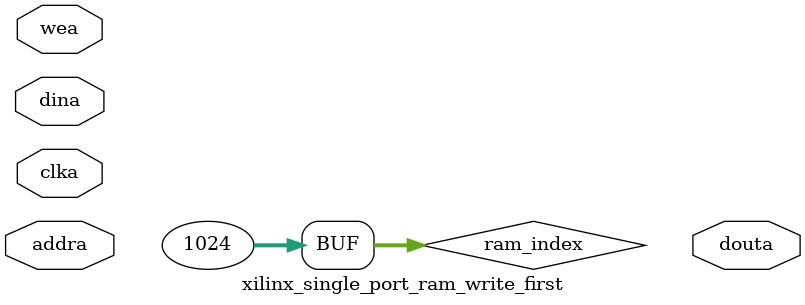
<source format=v>
module xilinx_single_port_ram_write_first #(
  parameter RAM_WIDTH = 18,                       // Specify RAM data width
  parameter RAM_DEPTH = 1024                     // Specify RAM depth (number of entries)
) (
  input [$clog2(RAM_DEPTH)-1:0] addra,  // Address bus, width determined from RAM_DEPTH
  input [RAM_WIDTH-1:0] dina,           // RAM input data
  input clka,                           // Clock
  input wea,                            // Write enable
  output [RAM_WIDTH-1:0] douta          // RAM output data
);
(*ram_style="block"*)
  reg [RAM_WIDTH-1:0] BRAM [RAM_DEPTH-1:0];
  reg [RAM_WIDTH-1:0] ram_data = {RAM_WIDTH{1'b0}};

  // The following code either initializes the memory values to a specified file or to all zeros to match hardware
  generate
      integer ram_index;
      initial
        for (ram_index = 0; ram_index < RAM_DEPTH; ram_index = ram_index + 1)
          BRAM[ram_index] = {RAM_WIDTH{1'b0}};
  endgenerate
  
  always @(posedge clka) begin
      if (wea) begin
        BRAM[addra] <= dina;
        ram_data <= dina;
      end else
        ram_data <= BRAM[addra];
  end
endmodule
</source>
